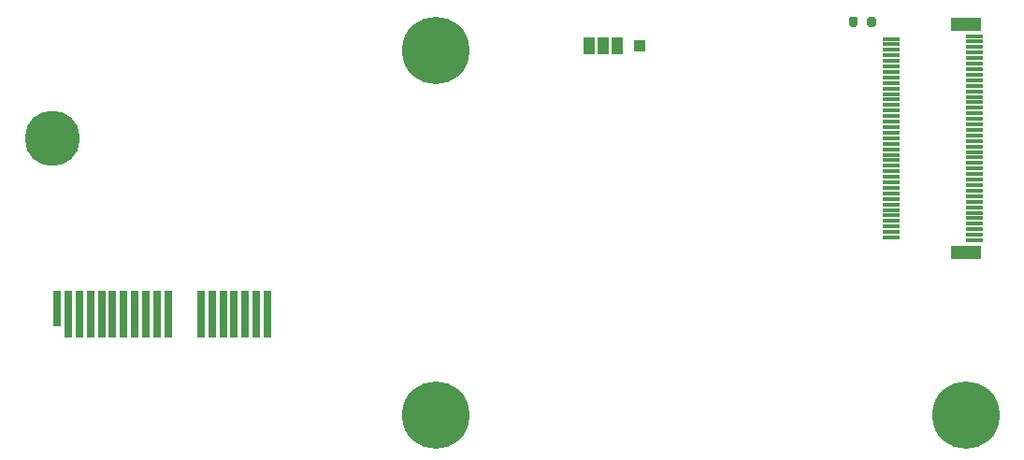
<source format=gbs>
G04 #@! TF.GenerationSoftware,KiCad,Pcbnew,5.1.8*
G04 #@! TF.CreationDate,2021-01-05T10:04:31+01:00*
G04 #@! TF.ProjectId,pislice,7069736c-6963-4652-9e6b-696361645f70,rev?*
G04 #@! TF.SameCoordinates,Original*
G04 #@! TF.FileFunction,Soldermask,Bot*
G04 #@! TF.FilePolarity,Negative*
%FSLAX46Y46*%
G04 Gerber Fmt 4.6, Leading zero omitted, Abs format (unit mm)*
G04 Created by KiCad (PCBNEW 5.1.8) date 2021-01-05 10:04:31*
%MOMM*%
%LPD*%
G01*
G04 APERTURE LIST*
%ADD10C,5.000000*%
%ADD11R,2.750000X1.200000*%
%ADD12R,1.550000X0.300000*%
%ADD13C,3.000000*%
%ADD14R,0.700000X4.300000*%
%ADD15R,0.700000X3.200000*%
%ADD16R,1.000000X1.000000*%
%ADD17R,1.000000X1.500000*%
%ADD18C,6.100000*%
G04 APERTURE END LIST*
D10*
G04 #@! TO.C,U1*
X93750000Y-81400000D03*
D11*
X176500000Y-71050000D03*
X176500000Y-91750000D03*
D12*
X177275000Y-72150000D03*
X169725000Y-72400000D03*
X177275000Y-72650000D03*
X169725000Y-72900000D03*
X177275000Y-73150000D03*
X169725000Y-73400000D03*
X177275000Y-73650000D03*
X169725000Y-73900000D03*
X177275000Y-74150000D03*
X169725000Y-74400000D03*
X177275000Y-74650000D03*
X169725000Y-74900000D03*
X177275000Y-75150000D03*
X169725000Y-75400000D03*
X177275000Y-75650000D03*
X169725000Y-75900000D03*
X177275000Y-76150000D03*
X169725000Y-76400000D03*
X177275000Y-76650000D03*
X169725000Y-76900000D03*
X177275000Y-77150000D03*
X169725000Y-77400000D03*
X177275000Y-77650000D03*
X169725000Y-77900000D03*
X177275000Y-78150000D03*
X169725000Y-78400000D03*
X177275000Y-78650000D03*
X169725000Y-78900000D03*
X177275000Y-79150000D03*
X169725000Y-79400000D03*
X177275000Y-79650000D03*
X169725000Y-79900000D03*
X177275000Y-80150000D03*
X169725000Y-80400000D03*
X177275000Y-80650000D03*
X169725000Y-80900000D03*
X177275000Y-81150000D03*
X169725000Y-81400000D03*
X177275000Y-81650000D03*
X169725000Y-81900000D03*
X177275000Y-82150000D03*
X169725000Y-82400000D03*
X177275000Y-82650000D03*
X169725000Y-82900000D03*
X177275000Y-83150000D03*
X169725000Y-83400000D03*
X177275000Y-83650000D03*
X169725000Y-83900000D03*
X177275000Y-84150000D03*
X169725000Y-84400000D03*
X177275000Y-84650000D03*
X169725000Y-84900000D03*
X177275000Y-85150000D03*
X169725000Y-85400000D03*
X177275000Y-85650000D03*
X169725000Y-85900000D03*
X177275000Y-88150000D03*
X169725000Y-88400000D03*
X177275000Y-88650000D03*
X169725000Y-88900000D03*
X177275000Y-89150000D03*
X169725000Y-89400000D03*
X177275000Y-89650000D03*
X169725000Y-89900000D03*
X177275000Y-90150000D03*
X169725000Y-90400000D03*
X177275000Y-90650000D03*
X169725000Y-87900000D03*
X169725000Y-87400000D03*
X169725000Y-86900000D03*
X169725000Y-86400000D03*
X177275000Y-87650000D03*
X177275000Y-87150000D03*
X177275000Y-86650000D03*
X177275000Y-86150000D03*
D13*
X93750000Y-81400000D03*
G04 #@! TD*
D14*
G04 #@! TO.C,U14*
X108240000Y-97350000D03*
X107240000Y-97350000D03*
X113240000Y-97350000D03*
X112240000Y-97350000D03*
X111240000Y-97350000D03*
X110240000Y-97350000D03*
X109240000Y-97350000D03*
X104240000Y-97350000D03*
X103240000Y-97350000D03*
X102240000Y-97350000D03*
X101240000Y-97350000D03*
X100240000Y-97350000D03*
X99240000Y-97350000D03*
X98240000Y-97350000D03*
X97240000Y-97350000D03*
X96240000Y-97350000D03*
X95240000Y-97350000D03*
D15*
X94240000Y-96800000D03*
G04 #@! TD*
D16*
G04 #@! TO.C,TP1*
X146980000Y-73000000D03*
G04 #@! TD*
G04 #@! TO.C,R5*
G36*
G01*
X166707000Y-70591000D02*
X166707000Y-71141000D01*
G75*
G02*
X166507000Y-71341000I-200000J0D01*
G01*
X166107000Y-71341000D01*
G75*
G02*
X165907000Y-71141000I0J200000D01*
G01*
X165907000Y-70591000D01*
G75*
G02*
X166107000Y-70391000I200000J0D01*
G01*
X166507000Y-70391000D01*
G75*
G02*
X166707000Y-70591000I0J-200000D01*
G01*
G37*
G36*
G01*
X168357000Y-70591000D02*
X168357000Y-71141000D01*
G75*
G02*
X168157000Y-71341000I-200000J0D01*
G01*
X167757000Y-71341000D01*
G75*
G02*
X167557000Y-71141000I0J200000D01*
G01*
X167557000Y-70591000D01*
G75*
G02*
X167757000Y-70391000I200000J0D01*
G01*
X168157000Y-70391000D01*
G75*
G02*
X168357000Y-70591000I0J-200000D01*
G01*
G37*
G04 #@! TD*
D17*
G04 #@! TO.C,JP1*
X143650000Y-73050000D03*
X142350000Y-73050000D03*
X144950000Y-73050000D03*
G04 #@! TD*
D18*
G04 #@! TO.C,U2*
X176500000Y-106500000D03*
X128500000Y-106500000D03*
X128500000Y-73500000D03*
G04 #@! TD*
M02*

</source>
